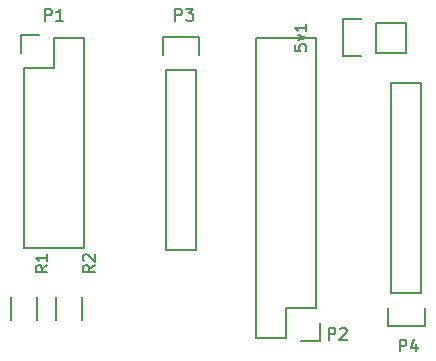
<source format=gbr>
G04 #@! TF.FileFunction,Legend,Top*
%FSLAX46Y46*%
G04 Gerber Fmt 4.6, Leading zero omitted, Abs format (unit mm)*
G04 Created by KiCad (PCBNEW 4.0.6) date 02/20/18 13:27:19*
%MOMM*%
%LPD*%
G01*
G04 APERTURE LIST*
%ADD10C,0.100000*%
%ADD11C,0.150000*%
G04 APERTURE END LIST*
D10*
D11*
X112540000Y-85730000D02*
X112540000Y-67950000D01*
X107460000Y-70490000D02*
X107460000Y-85730000D01*
X112540000Y-85730000D02*
X107460000Y-85730000D01*
X112540000Y-67950000D02*
X110000000Y-67950000D01*
X108730000Y-67670000D02*
X107180000Y-67670000D01*
X110000000Y-67950000D02*
X110000000Y-70490000D01*
X110000000Y-70490000D02*
X107460000Y-70490000D01*
X107180000Y-67670000D02*
X107180000Y-69220000D01*
X127126200Y-67879900D02*
X127126200Y-93279900D01*
X132206200Y-90739900D02*
X132206200Y-67879900D01*
X127126200Y-67879900D02*
X132206200Y-67879900D01*
X127126200Y-93279900D02*
X129666200Y-93279900D01*
X130936200Y-93559900D02*
X132486200Y-93559900D01*
X129666200Y-93279900D02*
X129666200Y-90739900D01*
X129666200Y-90739900D02*
X132206200Y-90739900D01*
X132486200Y-93559900D02*
X132486200Y-92009900D01*
X122014200Y-70627160D02*
X122014200Y-85867160D01*
X122014200Y-85867160D02*
X119474200Y-85867160D01*
X119474200Y-85867160D02*
X119474200Y-70627160D01*
X122294200Y-67807160D02*
X122294200Y-69357160D01*
X122014200Y-70627160D02*
X119474200Y-70627160D01*
X119194200Y-69357160D02*
X119194200Y-67807160D01*
X119194200Y-67807160D02*
X122294200Y-67807160D01*
X138556200Y-89469900D02*
X138556200Y-71689900D01*
X138556200Y-71689900D02*
X141096200Y-71689900D01*
X141096200Y-71689900D02*
X141096200Y-89469900D01*
X138276200Y-92289900D02*
X138276200Y-90739900D01*
X138556200Y-89469900D02*
X141096200Y-89469900D01*
X141376200Y-90739900D02*
X141376200Y-92289900D01*
X141376200Y-92289900D02*
X138276200Y-92289900D01*
X106385000Y-91810000D02*
X106385000Y-89810000D01*
X108535000Y-89810000D02*
X108535000Y-91810000D01*
X110195000Y-91810000D02*
X110195000Y-89810000D01*
X112345000Y-89810000D02*
X112345000Y-91810000D01*
X137286200Y-66609900D02*
X139826200Y-66609900D01*
X134466200Y-66329900D02*
X136016200Y-66329900D01*
X137286200Y-66609900D02*
X137286200Y-69149900D01*
X136016200Y-69429900D02*
X134466200Y-69429900D01*
X134466200Y-69429900D02*
X134466200Y-66329900D01*
X137286200Y-69149900D02*
X139826200Y-69149900D01*
X139826200Y-69149900D02*
X139826200Y-66609900D01*
X109261905Y-66452381D02*
X109261905Y-65452381D01*
X109642858Y-65452381D01*
X109738096Y-65500000D01*
X109785715Y-65547619D01*
X109833334Y-65642857D01*
X109833334Y-65785714D01*
X109785715Y-65880952D01*
X109738096Y-65928571D01*
X109642858Y-65976190D01*
X109261905Y-65976190D01*
X110785715Y-66452381D02*
X110214286Y-66452381D01*
X110500000Y-66452381D02*
X110500000Y-65452381D01*
X110404762Y-65595238D01*
X110309524Y-65690476D01*
X110214286Y-65738095D01*
X133261905Y-93452381D02*
X133261905Y-92452381D01*
X133642858Y-92452381D01*
X133738096Y-92500000D01*
X133785715Y-92547619D01*
X133833334Y-92642857D01*
X133833334Y-92785714D01*
X133785715Y-92880952D01*
X133738096Y-92928571D01*
X133642858Y-92976190D01*
X133261905Y-92976190D01*
X134214286Y-92547619D02*
X134261905Y-92500000D01*
X134357143Y-92452381D01*
X134595239Y-92452381D01*
X134690477Y-92500000D01*
X134738096Y-92547619D01*
X134785715Y-92642857D01*
X134785715Y-92738095D01*
X134738096Y-92880952D01*
X134166667Y-93452381D01*
X134785715Y-93452381D01*
X120261905Y-66452381D02*
X120261905Y-65452381D01*
X120642858Y-65452381D01*
X120738096Y-65500000D01*
X120785715Y-65547619D01*
X120833334Y-65642857D01*
X120833334Y-65785714D01*
X120785715Y-65880952D01*
X120738096Y-65928571D01*
X120642858Y-65976190D01*
X120261905Y-65976190D01*
X121166667Y-65452381D02*
X121785715Y-65452381D01*
X121452381Y-65833333D01*
X121595239Y-65833333D01*
X121690477Y-65880952D01*
X121738096Y-65928571D01*
X121785715Y-66023810D01*
X121785715Y-66261905D01*
X121738096Y-66357143D01*
X121690477Y-66404762D01*
X121595239Y-66452381D01*
X121309524Y-66452381D01*
X121214286Y-66404762D01*
X121166667Y-66357143D01*
X139261905Y-94452381D02*
X139261905Y-93452381D01*
X139642858Y-93452381D01*
X139738096Y-93500000D01*
X139785715Y-93547619D01*
X139833334Y-93642857D01*
X139833334Y-93785714D01*
X139785715Y-93880952D01*
X139738096Y-93928571D01*
X139642858Y-93976190D01*
X139261905Y-93976190D01*
X140690477Y-93785714D02*
X140690477Y-94452381D01*
X140452381Y-93404762D02*
X140214286Y-94119048D01*
X140833334Y-94119048D01*
X109452381Y-87166666D02*
X108976190Y-87500000D01*
X109452381Y-87738095D02*
X108452381Y-87738095D01*
X108452381Y-87357142D01*
X108500000Y-87261904D01*
X108547619Y-87214285D01*
X108642857Y-87166666D01*
X108785714Y-87166666D01*
X108880952Y-87214285D01*
X108928571Y-87261904D01*
X108976190Y-87357142D01*
X108976190Y-87738095D01*
X109452381Y-86214285D02*
X109452381Y-86785714D01*
X109452381Y-86500000D02*
X108452381Y-86500000D01*
X108595238Y-86595238D01*
X108690476Y-86690476D01*
X108738095Y-86785714D01*
X113452381Y-87166666D02*
X112976190Y-87500000D01*
X113452381Y-87738095D02*
X112452381Y-87738095D01*
X112452381Y-87357142D01*
X112500000Y-87261904D01*
X112547619Y-87214285D01*
X112642857Y-87166666D01*
X112785714Y-87166666D01*
X112880952Y-87214285D01*
X112928571Y-87261904D01*
X112976190Y-87357142D01*
X112976190Y-87738095D01*
X112547619Y-86785714D02*
X112500000Y-86738095D01*
X112452381Y-86642857D01*
X112452381Y-86404761D01*
X112500000Y-86309523D01*
X112547619Y-86261904D01*
X112642857Y-86214285D01*
X112738095Y-86214285D01*
X112880952Y-86261904D01*
X113452381Y-86833333D01*
X113452381Y-86214285D01*
X130368581Y-68498947D02*
X130368581Y-68975138D01*
X130844771Y-69022757D01*
X130797152Y-68975138D01*
X130749533Y-68879900D01*
X130749533Y-68641804D01*
X130797152Y-68546566D01*
X130844771Y-68498947D01*
X130940010Y-68451328D01*
X131178105Y-68451328D01*
X131273343Y-68498947D01*
X131320962Y-68546566D01*
X131368581Y-68641804D01*
X131368581Y-68879900D01*
X131320962Y-68975138D01*
X131273343Y-69022757D01*
X130701914Y-68117995D02*
X131368581Y-67879900D01*
X130701914Y-67641804D01*
X131368581Y-66737042D02*
X131368581Y-67308471D01*
X131368581Y-67022757D02*
X130368581Y-67022757D01*
X130511438Y-67117995D01*
X130606676Y-67213233D01*
X130654295Y-67308471D01*
M02*

</source>
